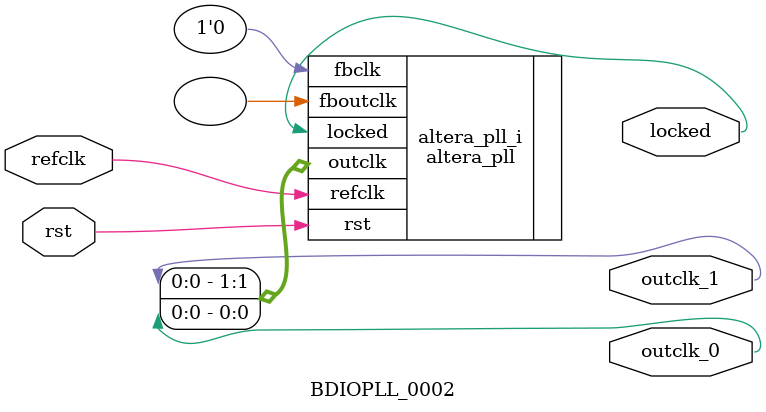
<source format=v>
`timescale 1ns/10ps
module  BDIOPLL_0002(

	// interface 'refclk'
	input wire refclk,

	// interface 'reset'
	input wire rst,

	// interface 'outclk0'
	output wire outclk_0,

	// interface 'outclk1'
	output wire outclk_1,

	// interface 'locked'
	output wire locked
);

	altera_pll #(
		.fractional_vco_multiplier("false"),
		.reference_clock_frequency("100.0 MHz"),
		.operation_mode("direct"),
		.number_of_clocks(2),
		.output_clock_frequency0("10.000000 MHz"),
		.phase_shift0("0 ps"),
		.duty_cycle0(50),
		.output_clock_frequency1("10.000000 MHz"),
		.phase_shift1("-1973 ps"),
		.duty_cycle1(50),
		.output_clock_frequency2("0 MHz"),
		.phase_shift2("0 ps"),
		.duty_cycle2(50),
		.output_clock_frequency3("0 MHz"),
		.phase_shift3("0 ps"),
		.duty_cycle3(50),
		.output_clock_frequency4("0 MHz"),
		.phase_shift4("0 ps"),
		.duty_cycle4(50),
		.output_clock_frequency5("0 MHz"),
		.phase_shift5("0 ps"),
		.duty_cycle5(50),
		.output_clock_frequency6("0 MHz"),
		.phase_shift6("0 ps"),
		.duty_cycle6(50),
		.output_clock_frequency7("0 MHz"),
		.phase_shift7("0 ps"),
		.duty_cycle7(50),
		.output_clock_frequency8("0 MHz"),
		.phase_shift8("0 ps"),
		.duty_cycle8(50),
		.output_clock_frequency9("0 MHz"),
		.phase_shift9("0 ps"),
		.duty_cycle9(50),
		.output_clock_frequency10("0 MHz"),
		.phase_shift10("0 ps"),
		.duty_cycle10(50),
		.output_clock_frequency11("0 MHz"),
		.phase_shift11("0 ps"),
		.duty_cycle11(50),
		.output_clock_frequency12("0 MHz"),
		.phase_shift12("0 ps"),
		.duty_cycle12(50),
		.output_clock_frequency13("0 MHz"),
		.phase_shift13("0 ps"),
		.duty_cycle13(50),
		.output_clock_frequency14("0 MHz"),
		.phase_shift14("0 ps"),
		.duty_cycle14(50),
		.output_clock_frequency15("0 MHz"),
		.phase_shift15("0 ps"),
		.duty_cycle15(50),
		.output_clock_frequency16("0 MHz"),
		.phase_shift16("0 ps"),
		.duty_cycle16(50),
		.output_clock_frequency17("0 MHz"),
		.phase_shift17("0 ps"),
		.duty_cycle17(50),
		.pll_type("General"),
		.pll_subtype("General")
	) altera_pll_i (
		.rst	(rst),
		.outclk	({outclk_1, outclk_0}),
		.locked	(locked),
		.fboutclk	( ),
		.fbclk	(1'b0),
		.refclk	(refclk)
	);
endmodule


</source>
